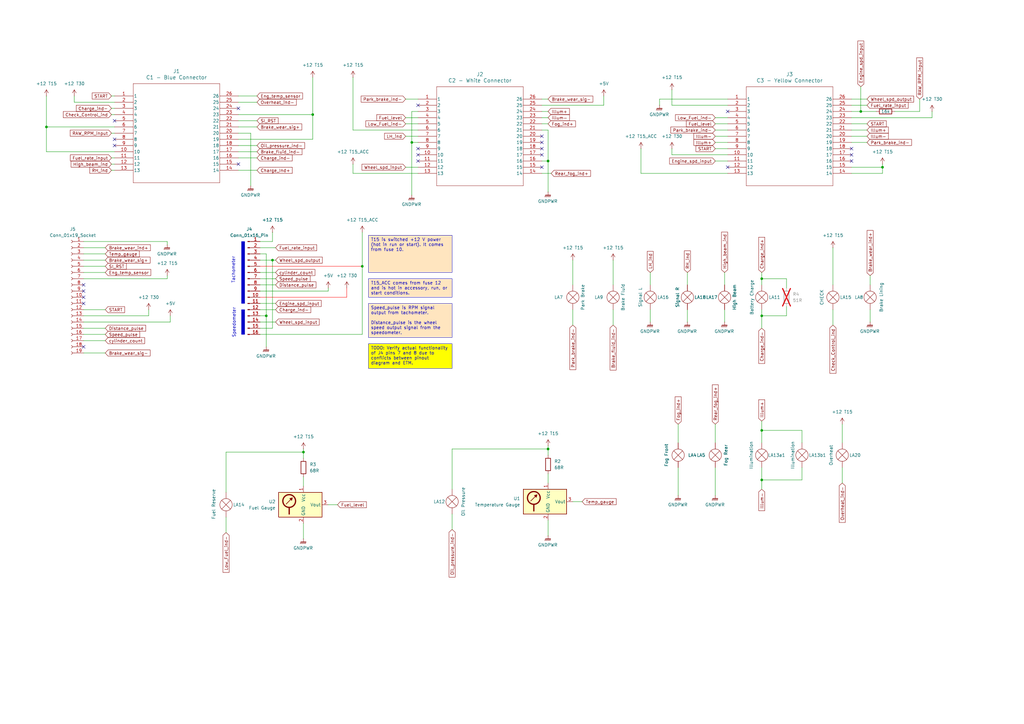
<source format=kicad_sch>
(kicad_sch (version 20250114) (generator "eeschema") (generator_version "9.0")
  (paper "A3")
  (title_block (title "BMW E30 Instrument Cluster Nexus") (rev "0") (company "EGR: Reagan Ansel") (comment 1 "Replacement part for BMW part number: 62111372255"))
  (lib_symbols
    (symbol "BMW_Connectors:827881-1" (pin_names (offset 0.254))
      (property "Reference" "U" (at 25.4 10.16 0))
      (property "Value" "827881-1" (at 25.4 7.62 0))
      (symbol "827881-1_0_1"
        (pin unspecified line (at 0 0 0) (length 7.62) (name "1") (number "1"))
        (pin unspecified line (at 0 -2.54 0) (length 7.62) (name "2") (number "2"))
        (pin unspecified line (at 0 -5.08 0) (length 7.62) (name "3") (number "3"))
        (pin unspecified line (at 0 -7.62 0) (length 7.62) (name "4") (number "4"))
        (pin unspecified line (at 0 -10.16 0) (length 7.62) (name "5") (number "5"))
        (pin unspecified line (at 0 -12.7 0) (length 7.62) (name "6") (number "6"))
        (pin unspecified line (at 0 -15.24 0) (length 7.62) (name "7") (number "7"))
        (pin unspecified line (at 0 -17.78 0) (length 7.62) (name "8") (number "8"))
        (pin unspecified line (at 0 -20.32 0) (length 7.62) (name "9") (number "9"))
        (pin unspecified line (at 0 -22.86 0) (length 7.62) (name "10") (number "10"))
        (pin unspecified line (at 0 -25.4 0) (length 7.62) (name "11") (number "11"))
        (pin unspecified line (at 0 -27.94 0) (length 7.62) (name "12") (number "12"))
        (pin unspecified line (at 0 -30.48 0) (length 7.62) (name "13") (number "13"))
        (pin unspecified line (at 50.8 0 180) (length 7.62) (name "26") (number "26"))
        (pin unspecified line (at 50.8 -2.54 180) (length 7.62) (name "25") (number "25"))
        (pin unspecified line (at 50.8 -5.08 180) (length 7.62) (name "24") (number "24"))
        (pin unspecified line (at 50.8 -7.62 180) (length 7.62) (name "23") (number "23"))
        (pin unspecified line (at 50.8 -10.16 180) (length 7.62) (name "22") (number "22"))
        (pin unspecified line (at 50.8 -12.7 180) (length 7.62) (name "21") (number "21"))
        (pin unspecified line (at 50.8 -15.24 180) (length 7.62) (name "20") (number "20"))
        (pin unspecified line (at 50.8 -17.78 180) (length 7.62) (name "19") (number "19"))
        (pin unspecified line (at 50.8 -20.32 180) (length 7.62) (name "18") (number "18"))
        (pin unspecified line (at 50.8 -22.86 180) (length 7.62) (name "17") (number "17"))
        (pin unspecified line (at 50.8 -25.4 180) (length 7.62) (name "16") (number "16"))
        (pin unspecified line (at 50.8 -27.94 180) (length 7.62) (name "15") (number "15"))
        (pin unspecified line (at 50.8 -30.48 180) (length 7.62) (name "14") (number "14"))
      )
    )
    (symbol "BMW_Connectors:827881-2" (pin_names (offset 0.254))
      (property "Reference" "U" (at 25.4 10.16 0))
      (property "Value" "827881-2" (at 25.4 7.62 0))
      (symbol "827881-2_0_1"
        (pin unspecified line (at 0 0 0) (length 7.62) (name "1") (number "1"))
        (pin unspecified line (at 0 -2.54 0) (length 7.62) (name "2") (number "2"))
        (pin unspecified line (at 0 -5.08 0) (length 7.62) (name "3") (number "3"))
        (pin unspecified line (at 0 -7.62 0) (length 7.62) (name "4") (number "4"))
        (pin unspecified line (at 0 -10.16 0) (length 7.62) (name "5") (number "5"))
        (pin unspecified line (at 0 -12.7 0) (length 7.62) (name "6") (number "6"))
        (pin unspecified line (at 0 -15.24 0) (length 7.62) (name "7") (number "7"))
        (pin unspecified line (at 0 -17.78 0) (length 7.62) (name "8") (number "8"))
        (pin unspecified line (at 0 -20.32 0) (length 7.62) (name "9") (number "9"))
        (pin unspecified line (at 0 -22.86 0) (length 7.62) (name "10") (number "10"))
        (pin unspecified line (at 0 -25.4 0) (length 7.62) (name "11") (number "11"))
        (pin unspecified line (at 0 -27.94 0) (length 7.62) (name "12") (number "12"))
        (pin unspecified line (at 0 -30.48 0) (length 7.62) (name "13") (number "13"))
        (pin unspecified line (at 50.8 0 180) (length 7.62) (name "26") (number "26"))
        (pin unspecified line (at 50.8 -2.54 180) (length 7.62) (name "25") (number "25"))
        (pin unspecified line (at 50.8 -5.08 180) (length 7.62) (name "24") (number "24"))
        (pin unspecified line (at 50.8 -7.62 180) (length 7.62) (name "23") (number "23"))
        (pin unspecified line (at 50.8 -10.16 180) (length 7.62) (name "22") (number "22"))
        (pin unspecified line (at 50.8 -12.7 180) (length 7.62) (name "21") (number "21"))
        (pin unspecified line (at 50.8 -15.24 180) (length 7.62) (name "20") (number "20"))
        (pin unspecified line (at 50.8 -17.78 180) (length 7.62) (name "19") (number "19"))
        (pin unspecified line (at 50.8 -20.32 180) (length 7.62) (name "18") (number "18"))
        (pin unspecified line (at 50.8 -22.86 180) (length 7.62) (name "17") (number "17"))
        (pin unspecified line (at 50.8 -25.4 180) (length 7.62) (name "16") (number "16"))
        (pin unspecified line (at 50.8 -27.94 180) (length 7.62) (name "15") (number "15"))
        (pin unspecified line (at 50.8 -30.48 180) (length 7.62) (name "14") (number "14"))
      )
    )
    (symbol "BMW_Connectors:827881-3" (pin_names (offset 0.254))
      (property "Reference" "U" (at 25.4 10.16 0))
      (property "Value" "827881-3" (at 25.4 7.62 0))
      (symbol "827881-3_0_1"
        (pin unspecified line (at 0 0 0) (length 7.62) (name "1") (number "1"))
        (pin unspecified line (at 0 -2.54 0) (length 7.62) (name "2") (number "2"))
        (pin unspecified line (at 0 -5.08 0) (length 7.62) (name "3") (number "3"))
        (pin unspecified line (at 0 -7.62 0) (length 7.62) (name "4") (number "4"))
        (pin unspecified line (at 0 -10.16 0) (length 7.62) (name "5") (number "5"))
        (pin unspecified line (at 0 -12.7 0) (length 7.62) (name "6") (number "6"))
        (pin unspecified line (at 0 -15.24 0) (length 7.62) (name "7") (number "7"))
        (pin unspecified line (at 0 -17.78 0) (length 7.62) (name "8") (number "8"))
        (pin unspecified line (at 0 -20.32 0) (length 7.62) (name "9") (number "9"))
        (pin unspecified line (at 0 -22.86 0) (length 7.62) (name "10") (number "10"))
        (pin unspecified line (at 0 -25.4 0) (length 7.62) (name "11") (number "11"))
        (pin unspecified line (at 0 -27.94 0) (length 7.62) (name "12") (number "12"))
        (pin unspecified line (at 0 -30.48 0) (length 7.62) (name "13") (number "13"))
        (pin unspecified line (at 50.8 0 180) (length 7.62) (name "26") (number "26"))
        (pin unspecified line (at 50.8 -2.54 180) (length 7.62) (name "25") (number "25"))
        (pin unspecified line (at 50.8 -5.08 180) (length 7.62) (name "24") (number "24"))
        (pin unspecified line (at 50.8 -7.62 180) (length 7.62) (name "23") (number "23"))
        (pin unspecified line (at 50.8 -10.16 180) (length 7.62) (name "22") (number "22"))
        (pin unspecified line (at 50.8 -12.7 180) (length 7.62) (name "21") (number "21"))
        (pin unspecified line (at 50.8 -15.24 180) (length 7.62) (name "20") (number "20"))
        (pin unspecified line (at 50.8 -17.78 180) (length 7.62) (name "19") (number "19"))
        (pin unspecified line (at 50.8 -20.32 180) (length 7.62) (name "18") (number "18"))
        (pin unspecified line (at 50.8 -22.86 180) (length 7.62) (name "17") (number "17"))
        (pin unspecified line (at 50.8 -25.4 180) (length 7.62) (name "16") (number "16"))
        (pin unspecified line (at 50.8 -27.94 180) (length 7.62) (name "15") (number "15"))
        (pin unspecified line (at 50.8 -30.48 180) (length 7.62) (name "14") (number "14"))
      )
    )
    (symbol "BMW_Custom:Moving_Coil_Gauge"
      (property "Reference" "U" (at -10.16 6.35 0))
      (property "Value" "Moving_Coil_Gauge" (at 1.27 6.604 0))
      (symbol "Moving_Coil_Gauge_1_1"
        (pin power_in line (at 0 7.62 270) (length 2.54) (name "Vcc") (number "1"))
        (pin power_in line (at 0 -7.62 90) (length 2.54) (name "GND") (number "2"))
        (pin output line (at 10.16 0 180) (length 2.54) (name "Vout") (number "3"))
      )
    )
    (symbol "Connector:Conn_01x16_Pin" (pin_names (offset 1.016) (hide yes))
      (property "Reference" "J" (at 0 20.32 0))
      (property "Value" "Conn_01x16_Pin" (at 0 -22.86 0))
      (symbol "Conn_01x16_Pin_1_1"
        (pin passive line (at 5.08 17.78 180) (length 3.81) (name "Pin_1") (number "1"))
        (pin passive line (at 5.08 15.24 180) (length 3.81) (name "Pin_2") (number "2"))
        (pin passive line (at 5.08 12.7 180) (length 3.81) (name "Pin_3") (number "3"))
        (pin passive line (at 5.08 10.16 180) (length 3.81) (name "Pin_4") (number "4"))
        (pin passive line (at 5.08 7.62 180) (length 3.81) (name "Pin_5") (number "5"))
        (pin passive line (at 5.08 5.08 180) (length 3.81) (name "Pin_6") (number "6"))
        (pin passive line (at 5.08 2.54 180) (length 3.81) (name "Pin_7") (number "7"))
        (pin passive line (at 5.08 0 180) (length 3.81) (name "Pin_8") (number "8"))
        (pin passive line (at 5.08 -2.54 180) (length 3.81) (name "Pin_9") (number "9"))
        (pin passive line (at 5.08 -5.08 180) (length 3.81) (name "Pin_10") (number "10"))
        (pin passive line (at 5.08 -7.62 180) (length 3.81) (name "Pin_11") (number "11"))
        (pin passive line (at 5.08 -10.16 180) (length 3.81) (name "Pin_12") (number "12"))
        (pin passive line (at 5.08 -12.7 180) (length 3.81) (name "Pin_13") (number "13"))
        (pin passive line (at 5.08 -15.24 180) (length 3.81) (name "Pin_14") (number "14"))
        (pin passive line (at 5.08 -17.78 180) (length 3.81) (name "Pin_15") (number "15"))
        (pin passive line (at 5.08 -20.32 180) (length 3.81) (name "Pin_16") (number "16"))
      )
    )
    (symbol "Connector:Conn_01x19_Socket" (pin_names (offset 1.016) (hide yes))
      (property "Reference" "J" (at 0 25.4 0))
      (property "Value" "Conn_01x19_Socket" (at 0 -25.4 0))
      (symbol "Conn_01x19_Socket_1_1"
        (pin passive line (at -5.08 22.86 0) (length 3.81) (name "Pin_1") (number "1"))
        (pin passive line (at -5.08 20.32 0) (length 3.81) (name "Pin_2") (number "2"))
        (pin passive line (at -5.08 17.78 0) (length 3.81) (name "Pin_3") (number "3"))
        (pin passive line (at -5.08 15.24 0) (length 3.81) (name "Pin_4") (number "4"))
        (pin passive line (at -5.08 12.7 0) (length 3.81) (name "Pin_5") (number "5"))
        (pin passive line (at -5.08 10.16 0) (length 3.81) (name "Pin_6") (number "6"))
        (pin passive line (at -5.08 7.62 0) (length 3.81) (name "Pin_7") (number "7"))
        (pin passive line (at -5.08 5.08 0) (length 3.81) (name "Pin_8") (number "8"))
        (pin passive line (at -5.08 2.54 0) (length 3.81) (name "Pin_9") (number "9"))
        (pin passive line (at -5.08 0 0) (length 3.81) (name "Pin_10") (number "10"))
        (pin passive line (at -5.08 -2.54 0) (length 3.81) (name "Pin_11") (number "11"))
        (pin passive line (at -5.08 -5.08 0) (length 3.81) (name "Pin_12") (number "12"))
        (pin passive line (at -5.08 -7.62 0) (length 3.81) (name "Pin_13") (number "13"))
        (pin passive line (at -5.08 -10.16 0) (length 3.81) (name "Pin_14") (number "14"))
        (pin passive line (at -5.08 -12.7 0) (length 3.81) (name "Pin_15") (number "15"))
        (pin passive line (at -5.08 -15.24 0) (length 3.81) (name "Pin_16") (number "16"))
        (pin passive line (at -5.08 -17.78 0) (length 3.81) (name "Pin_17") (number "17"))
        (pin passive line (at -5.08 -20.32 0) (length 3.81) (name "Pin_18") (number "18"))
        (pin passive line (at -5.08 -22.86 0) (length 3.81) (name "Pin_19") (number "19"))
      )
    )
    (symbol "Device:Lamp" (pin_numbers (hide yes)) (pin_names (offset 0.0254) (hide yes))
      (property "Reference" "LA" (at 0.635 3.81 0))
      (property "Value" "Lamp" (at 0.635 -3.81 0))
      (symbol "Lamp_1_1"
        (pin passive line (at 0 5.08 270) (length 2.54) (name "+") (number "2"))
        (pin passive line (at 0 -5.08 90) (length 2.54) (name "-") (number "1"))
      )
    )
    (symbol "Device:R" (pin_numbers (hide yes)) (pin_names (offset 0))
      (property "Reference" "R" (at 2.032 0 90))
      (property "Value" "R" (at 0 0 90))
      (symbol "R_1_1"
        (pin passive line (at 0 3.81 270) (length 1.27) (name "~") (number "1"))
        (pin passive line (at 0 -3.81 90) (length 1.27) (name "~") (number "2"))
      )
    )
    (symbol "power:+5V" (power) (pin_numbers (hide yes)) (pin_names (offset 0) (hide yes))
      (property "Value" "+5V" (at 0 3.556 0))
      (symbol "+5V_1_1"
        (pin power_in line (at 0 0 90) (length 0) (name "~") (number "1"))
      )
    )
    (symbol "power:+BATT" (power) (pin_numbers (hide yes)) (pin_names (offset 0) (hide yes))
      (property "Value" "+BATT" (at 0 3.556 0))
      (symbol "+BATT_1_1"
        (pin power_in line (at 0 0 90) (length 0) (name "~") (number "1"))
      )
    )
    (symbol "power:+VSW" (power) (pin_numbers (hide yes)) (pin_names (offset 0) (hide yes))
      (property "Value" "+VSW" (at 0 3.556 0))
      (symbol "+VSW_1_1"
        (pin power_in line (at 0 0 90) (length 0) (name "~") (number "1"))
      )
    )
    (symbol "power:GNDPWR" (power) (pin_numbers (hide yes)) (pin_names (offset 0) (hide yes))
      (property "Value" "GNDPWR" (at 0 -3.302 0))
      (symbol "GNDPWR_1_1"
        (pin power_in line (at 0 0 270) (length 0) (name "~") (number "1"))
      )
    )
  )
  (text "Speedometer" (at 96.012 132.334 90) (effects (font (size 1.27 1.27))))
  (text "Tachometer" (at 95.758 110.744 90) (effects (font (size 1.27 1.27))))
  (text_box "TODO: Verify actual functionality of J4 pins 7 and 8 due to conflicts between pinout diagram and ETM. " (at 151.13 140.97 0) (size 34.29 10.16) (margins 0.9525 0.9525 0.9525 0.9525) (fill (type color) (color 255 255 0 1)) (effects (font (size 1.27 1.27)) (justify left top)))
  (text_box "T15_ACC comes from fuse 12 and is hot in accessory, run, or start conditions. " (at 151.13 114.3 0) (size 34.29 7.62) (margins 0.9525 0.9525 0.9525 0.9525) (fill (type color) (color 255 229 191 1)) (effects (font (size 1.27 1.27)) (justify left top)))
  (text_box "T15 is switched +12 V power (hot in run or start). It comes from fuse 10. " (at 151.13 96.52 0) (size 34.29 15.24) (margins 0.9525 0.9525 0.9525 0.9525) (fill (type color) (color 255 229 191 1)) (effects (font (size 1.27 1.27)) (justify left top)))
  (text_box "Speed_pulse is RPM signal output from tachometer. \n\nDistance_pulse is the wheel speed output signal from the speedometer. " (at 151.13 124.46 0) (size 34.29 13.97) (margins 0.9525 0.9525 0.9525 0.9525) (fill (type color) (color 255 229 191 1)) (effects (font (size 1.27 1.27)) (justify left top)))
  (junction (at 353.06 45.72))
  (junction (at 19.05 52.07))
  (junction (at 312.42 196.85))
  (junction (at 111.76 106.68))
  (junction (at 224.79 184.15))
  (junction (at 312.42 129.54))
  (junction (at 168.91 58.42))
  (junction (at 128.27 46.99))
  (junction (at 224.79 66.04))
  (junction (at 312.42 176.53))
  (junction (at 148.59 109.22))
  (junction (at 124.46 185.42))
  (junction (at 361.95 68.58))
  (junction (at 109.22 129.54))
  (junction (at 312.42 114.3))
  (no_connect (at 222.25 55.88))
  (no_connect (at 222.25 58.42))
  (no_connect (at 97.79 67.31))
  (no_connect (at 171.45 63.5))
  (no_connect (at 222.25 68.58))
  (no_connect (at 171.45 66.04))
  (no_connect (at 298.45 45.72))
  (no_connect (at 34.29 119.38))
  (no_connect (at 171.45 43.18))
  (no_connect (at 46.99 59.69))
  (no_connect (at 349.25 60.96))
  (no_connect (at 222.25 63.5))
  (no_connect (at 34.29 121.92))
  (no_connect (at 34.29 142.24))
  (no_connect (at 34.29 116.84))
  (no_connect (at 46.99 49.53))
  (no_connect (at 46.99 57.15))
  (no_connect (at 349.25 66.04))
  (no_connect (at 298.45 68.58))
  (no_connect (at 222.25 60.96))
  (no_connect (at 349.25 63.5))
  (no_connect (at 34.29 124.46))
  (no_connect (at 171.45 60.96))
  (no_connect (at 97.79 44.45))
  (wire (pts (xy 353.06 45.72) (xy 349.25 45.72)))
  (wire (pts (xy 97.79 57.15) (xy 128.27 57.15)))
  (wire (pts (xy 322.58 125.73) (xy 322.58 129.54)))
  (wire (pts (xy 106.68 111.76) (xy 113.03 111.76)))
  (wire (pts (xy 19.05 62.23) (xy 46.99 62.23)))
  (wire (pts (xy 349.25 71.12) (xy 361.95 71.12)))
  (wire (pts (xy 312.42 111.76) (xy 312.42 114.3)))
  (wire (pts (xy 45.72 54.61) (xy 46.99 54.61)))
  (wire (pts (xy 60.96 129.54) (xy 34.29 129.54)))
  (wire (pts (xy 293.37 191.77) (xy 293.37 203.2)))
  (wire (pts (xy 293.37 60.96) (xy 298.45 60.96)))
  (wire (pts (xy 19.05 52.07) (xy 46.99 52.07)))
  (wire (pts (xy 45.72 64.77) (xy 46.99 64.77)))
  (wire (pts (xy 353.06 45.72) (xy 359.41 45.72)))
  (wire (pts (xy 266.7 111.76) (xy 266.7 116.84)))
  (wire (pts (xy 168.91 58.42) (xy 171.45 58.42)))
  (wire (pts (xy 166.37 68.58) (xy 171.45 68.58)))
  (wire (pts (xy 97.79 46.99) (xy 128.27 46.99)))
  (wire (pts (xy 111.76 106.68) (xy 106.68 106.68)))
  (wire (pts (xy 185.42 210.82) (xy 185.42 217.17)))
  (wire (pts (xy 134.62 118.11) (xy 134.62 119.38)))
  (wire (pts (xy 224.79 53.34) (xy 224.79 66.04)))
  (wire (pts (xy 111.76 134.62) (xy 106.68 134.62)))
  (wire (pts (xy 356.87 116.84) (xy 356.87 113.03)))
  (wire (pts (xy 34.29 139.7) (xy 43.18 139.7)))
  (wire (pts (xy 382.27 48.26) (xy 382.27 45.72)))
  (wire (pts (xy 222.25 53.34) (xy 224.79 53.34)))
  (wire (pts (xy 224.79 182.88) (xy 224.79 184.15)))
  (wire (pts (xy 111.76 106.68) (xy 111.76 134.62)))
  (wire (pts (xy 349.25 50.8) (xy 355.6 50.8)))
  (wire (pts (xy 97.79 49.53) (xy 105.41 49.53)))
  (wire (pts (xy 124.46 214.63) (xy 124.46 220.98)))
  (wire (pts (xy 278.13 191.77) (xy 278.13 203.2)))
  (wire (pts (xy 144.78 67.31) (xy 144.78 71.12)))
  (wire (pts (xy 281.94 127) (xy 281.94 132.08)))
  (wire (pts (xy 34.29 104.14) (xy 43.18 104.14)))
  (wire (pts (xy 109.22 129.54) (xy 109.22 142.24)))
  (wire (pts (xy 275.59 63.5) (xy 275.59 60.96)))
  (wire (pts (xy 144.78 71.12) (xy 171.45 71.12)))
  (wire (pts (xy 312.42 114.3) (xy 312.42 116.84)))
  (wire (pts (xy 19.05 62.23) (xy 19.05 52.07)))
  (wire (pts (xy 106.68 99.06) (xy 111.76 99.06)))
  (wire (pts (xy 97.79 41.91) (xy 105.41 41.91)))
  (wire (pts (xy 341.63 101.6) (xy 341.63 116.84)))
  (wire (pts (xy 275.59 43.18) (xy 275.59 36.83)))
  (wire (pts (xy 262.89 71.12) (xy 298.45 71.12)))
  (wire (pts (xy 148.59 137.16) (xy 106.68 137.16)))
  (wire (pts (xy 251.46 127) (xy 251.46 133.35)))
  (wire (pts (xy 377.19 40.64) (xy 377.19 45.72)))
  (wire (pts (xy 124.46 184.15) (xy 124.46 185.42)))
  (wire (pts (xy 106.68 101.6) (xy 113.03 101.6)))
  (wire (pts (xy 34.29 111.76) (xy 43.18 111.76)))
  (wire (pts (xy 222.25 71.12) (xy 226.06 71.12)))
  (wire (pts (xy 293.37 48.26) (xy 298.45 48.26)))
  (wire (pts (xy 34.29 101.6) (xy 43.18 101.6)))
  (wire (pts (xy 148.59 95.25) (xy 148.59 109.22)))
  (wire (pts (xy 144.78 53.34) (xy 171.45 53.34)))
  (wire (pts (xy 312.42 129.54) (xy 312.42 134.62)))
  (wire (pts (xy 222.25 48.26) (xy 224.79 48.26)))
  (wire (pts (xy 106.68 132.08) (xy 113.03 132.08)))
  (wire (pts (xy 185.42 184.15) (xy 185.42 200.66)))
  (wire (pts (xy 92.71 212.09) (xy 92.71 218.44)))
  (wire (pts (xy 92.71 185.42) (xy 92.71 201.93)))
  (wire (pts (xy 34.29 99.06) (xy 68.58 99.06)))
  (wire (pts (xy 111.76 95.25) (xy 111.76 99.06)))
  (wire (pts (xy 102.87 54.61) (xy 97.79 54.61)))
  (wire (pts (xy 34.29 109.22) (xy 43.18 109.22)))
  (wire (pts (xy 185.42 184.15) (xy 224.79 184.15)))
  (wire (pts (xy 312.42 196.85) (xy 312.42 200.66)))
  (wire (pts (xy 142.24 118.11) (xy 142.24 121.92)) (stroke (width 0) (color 255 0 0 1)))
  (wire (pts (xy 251.46 106.68) (xy 251.46 116.84)))
  (wire (pts (xy 349.25 58.42) (xy 355.6 58.42)))
  (wire (pts (xy 224.79 78.74) (xy 224.79 66.04)))
  (wire (pts (xy 328.93 176.53) (xy 328.93 181.61)))
  (wire (pts (xy 349.25 68.58) (xy 361.95 68.58)))
  (wire (pts (xy 341.63 127) (xy 341.63 133.35)))
  (wire (pts (xy 106.68 129.54) (xy 109.22 129.54)))
  (wire (pts (xy 266.7 127) (xy 266.7 132.08)))
  (wire (pts (xy 224.79 213.36) (xy 224.79 219.71)))
  (wire (pts (xy 34.29 134.62) (xy 43.18 134.62)))
  (wire (pts (xy 297.18 111.76) (xy 297.18 116.84)))
  (wire (pts (xy 148.59 109.22) (xy 148.59 137.16)))
  (wire (pts (xy 224.79 194.31) (xy 224.79 198.12)))
  (wire (pts (xy 377.19 45.72) (xy 367.03 45.72)))
  (wire (pts (xy 298.45 40.64) (xy 270.51 40.64)))
  (wire (pts (xy 293.37 173.99) (xy 293.37 181.61)))
  (wire (pts (xy 222.25 66.04) (xy 224.79 66.04)))
  (wire (pts (xy 224.79 184.15) (xy 224.79 186.69)))
  (wire (pts (xy 234.95 205.74) (xy 238.76 205.74)))
  (wire (pts (xy 234.95 127) (xy 234.95 133.35)))
  (wire (pts (xy 349.25 43.18) (xy 355.6 43.18)))
  (wire (pts (xy 30.48 39.37) (xy 30.48 41.91)))
  (wire (pts (xy 45.72 67.31) (xy 46.99 67.31)))
  (wire (pts (xy 293.37 53.34) (xy 298.45 53.34)))
  (wire (pts (xy 34.29 114.3) (xy 68.58 114.3)))
  (wire (pts (xy 275.59 63.5) (xy 298.45 63.5)))
  (wire (pts (xy 97.79 62.23) (xy 105.41 62.23)))
  (wire (pts (xy 293.37 55.88) (xy 298.45 55.88)))
  (wire (pts (xy 312.42 176.53) (xy 312.42 181.61)))
  (wire (pts (xy 128.27 46.99) (xy 128.27 57.15)))
  (wire (pts (xy 92.71 185.42) (xy 124.46 185.42)))
  (wire (pts (xy 278.13 173.99) (xy 278.13 181.61)))
  (wire (pts (xy 109.22 104.14) (xy 109.22 129.54)))
  (wire (pts (xy 45.72 44.45) (xy 46.99 44.45)))
  (wire (pts (xy 60.96 127) (xy 60.96 129.54)))
  (wire (pts (xy 34.29 144.78) (xy 43.18 144.78)))
  (wire (pts (xy 168.91 45.72) (xy 171.45 45.72)))
  (wire (pts (xy 262.89 60.96) (xy 262.89 71.12)))
  (wire (pts (xy 297.18 127) (xy 297.18 132.08)))
  (wire (pts (xy 312.42 176.53) (xy 328.93 176.53)))
  (wire (pts (xy 312.42 127) (xy 312.42 129.54)))
  (wire (pts (xy 124.46 185.42) (xy 124.46 187.96)))
  (wire (pts (xy 106.68 124.46) (xy 113.03 124.46)))
  (wire (pts (xy 30.48 41.91) (xy 46.99 41.91)))
  (wire (pts (xy 349.25 55.88) (xy 355.6 55.88)))
  (wire (pts (xy 222.25 43.18) (xy 247.65 43.18)))
  (wire (pts (xy 222.25 40.64) (xy 224.79 40.64)))
  (wire (pts (xy 69.85 132.08) (xy 69.85 129.54)))
  (wire (pts (xy 234.95 106.68) (xy 234.95 116.84)))
  (wire (pts (xy 322.58 114.3) (xy 312.42 114.3)))
  (wire (pts (xy 322.58 118.11) (xy 322.58 114.3)))
  (wire (pts (xy 106.68 116.84) (xy 113.03 116.84)))
  (wire (pts (xy 134.62 207.01) (xy 138.43 207.01)))
  (wire (pts (xy 106.68 104.14) (xy 109.22 104.14)))
  (wire (pts (xy 349.25 53.34) (xy 355.6 53.34)))
  (wire (pts (xy 222.25 45.72) (xy 224.79 45.72)))
  (wire (pts (xy 34.29 132.08) (xy 69.85 132.08)))
  (wire (pts (xy 68.58 99.06) (xy 68.58 100.33)))
  (wire (pts (xy 144.78 53.34) (xy 144.78 31.75)))
  (wire (pts (xy 270.51 40.64) (xy 270.51 43.18)))
  (wire (pts (xy 168.91 45.72) (xy 168.91 58.42)))
  (wire (pts (xy 222.25 50.8) (xy 224.79 50.8)))
  (wire (pts (xy 293.37 50.8) (xy 298.45 50.8)))
  (wire (pts (xy 102.87 76.2) (xy 102.87 54.61)))
  (wire (pts (xy 134.62 119.38) (xy 106.68 119.38)))
  (wire (pts (xy 345.44 191.77) (xy 345.44 198.12)))
  (wire (pts (xy 128.27 31.75) (xy 128.27 46.99)))
  (wire (pts (xy 168.91 58.42) (xy 168.91 80.01)))
  (wire (pts (xy 19.05 39.37) (xy 19.05 52.07)))
  (wire (pts (xy 328.93 196.85) (xy 312.42 196.85)))
  (wire (pts (xy 247.65 43.18) (xy 247.65 39.37)))
  (wire (pts (xy 106.68 127) (xy 113.03 127)))
  (wire (pts (xy 45.72 46.99) (xy 46.99 46.99)))
  (wire (pts (xy 166.37 50.8) (xy 171.45 50.8)))
  (wire (pts (xy 45.72 39.37) (xy 46.99 39.37)))
  (wire (pts (xy 166.37 48.26) (xy 171.45 48.26)))
  (wire (pts (xy 356.87 127) (xy 356.87 132.08)))
  (wire (pts (xy 275.59 43.18) (xy 298.45 43.18)))
  (wire (pts (xy 34.29 106.68) (xy 43.18 106.68)))
  (wire (pts (xy 312.42 191.77) (xy 312.42 196.85)))
  (wire (pts (xy 142.24 121.92) (xy 106.68 121.92)) (stroke (width 0) (color 255 0 0 1)))
  (wire (pts (xy 34.29 127) (xy 43.18 127)))
  (wire (pts (xy 97.79 39.37) (xy 105.41 39.37)))
  (wire (pts (xy 353.06 35.56) (xy 353.06 45.72)))
  (wire (pts (xy 97.79 69.85) (xy 105.41 69.85)))
  (wire (pts (xy 166.37 55.88) (xy 171.45 55.88)))
  (wire (pts (xy 106.68 114.3) (xy 113.03 114.3)))
  (wire (pts (xy 345.44 173.99) (xy 345.44 181.61)))
  (wire (pts (xy 124.46 195.58) (xy 124.46 199.39)))
  (wire (pts (xy 281.94 111.76) (xy 281.94 116.84)))
  (wire (pts (xy 97.79 59.69) (xy 105.41 59.69)))
  (wire (pts (xy 111.76 106.68) (xy 113.03 106.68)))
  (wire (pts (xy 45.72 69.85) (xy 46.99 69.85)))
  (wire (pts (xy 349.25 40.64) (xy 355.6 40.64)))
  (wire (pts (xy 293.37 58.42) (xy 298.45 58.42)))
  (wire (pts (xy 322.58 129.54) (xy 312.42 129.54)))
  (wire (pts (xy 166.37 40.64) (xy 171.45 40.64)))
  (wire (pts (xy 97.79 64.77) (xy 105.41 64.77)))
  (wire (pts (xy 361.95 71.12) (xy 361.95 68.58)))
  (wire (pts (xy 293.37 66.04) (xy 298.45 66.04)))
  (wire (pts (xy 106.68 109.22) (xy 148.59 109.22)) (stroke (width 0) (color 255 0 0 1)))
  (wire (pts (xy 68.58 114.3) (xy 68.58 113.03)))
  (wire (pts (xy 97.79 52.07) (xy 105.41 52.07)))
  (wire (pts (xy 349.25 48.26) (xy 382.27 48.26)))
  (wire (pts (xy 312.42 172.72) (xy 312.42 176.53)))
  (wire (pts (xy 361.95 68.58) (xy 361.95 67.31)))
  (wire (pts (xy 34.29 137.16) (xy 43.18 137.16)))
  (wire (pts (xy 328.93 191.77) (xy 328.93 196.85)))
  (global_label "Brake_fluid_ind-" (shape input) (at 105.41 62.23 0) (property "Intersheetrefs" "${INTERSHEET_REFS}" (effects (hide yes))))
  (global_label "Illum+" (shape input) (at 293.37 58.42 180) (property "Intersheetrefs" "${INTERSHEET_REFS}" (effects (hide yes))))
  (global_label "Fog_ind+" (shape input) (at 278.13 173.99 90) (property "Intersheetrefs" "${INTERSHEET_REFS}" (effects (hide yes))))
  (global_label "Low_Fuel_ind-" (shape input) (at 92.71 218.44 270) (property "Intersheetrefs" "${INTERSHEET_REFS}" (effects (hide yes))))
  (global_label "Distance_pulse" (shape input) (at 113.03 116.84 0) (property "Intersheetrefs" "${INTERSHEET_REFS}" (effects (hide yes))))
  (global_label "START" (shape input) (at 45.72 39.37 180) (property "Intersheetrefs" "${INTERSHEET_REFS}" (effects (hide yes))))
  (global_label "RH_ind" (shape input) (at 281.94 111.76 90) (property "Intersheetrefs" "${INTERSHEET_REFS}" (effects (hide yes))))
  (global_label "Charge_ind-" (shape input) (at 105.41 64.77 0) (property "Intersheetrefs" "${INTERSHEET_REFS}" (effects (hide yes))))
  (global_label "High_beam_ind" (shape input) (at 297.18 111.76 90) (property "Intersheetrefs" "${INTERSHEET_REFS}" (effects (hide yes))))
  (global_label "High_beam_ind" (shape input) (at 45.72 67.31 180) (property "Intersheetrefs" "${INTERSHEET_REFS}" (effects (hide yes))))
  (global_label "Temp_gauge" (shape input) (at 43.18 104.14 0) (property "Intersheetrefs" "${INTERSHEET_REFS}" (effects (hide yes))))
  (global_label "Illum-" (shape input) (at 355.6 55.88 0) (property "Intersheetrefs" "${INTERSHEET_REFS}" (effects (hide yes))))
  (global_label "Low_Fuel_ind-" (shape input) (at 293.37 48.26 180) (property "Intersheetrefs" "${INTERSHEET_REFS}" (effects (hide yes))))
  (global_label "START" (shape input) (at 293.37 60.96 180) (property "Intersheetrefs" "${INTERSHEET_REFS}" (effects (hide yes))))
  (global_label "Brake_wear_ind+" (shape input) (at 356.87 113.03 90) (property "Intersheetrefs" "${INTERSHEET_REFS}" (effects (hide yes))))
  (global_label "Check_Control_ind" (shape input) (at 45.72 46.99 180) (property "Intersheetrefs" "${INTERSHEET_REFS}" (effects (hide yes))))
  (global_label "Eng_temp_sensor" (shape input) (at 105.41 39.37 0) (property "Intersheetrefs" "${INTERSHEET_REFS}" (effects (hide yes))))
  (global_label "Engine_spd_input" (shape input) (at 293.37 66.04 180) (property "Intersheetrefs" "${INTERSHEET_REFS}" (effects (hide yes))))
  (global_label "START" (shape input) (at 43.18 127 0) (property "Intersheetrefs" "${INTERSHEET_REFS}" (effects (hide yes))))
  (global_label "Illum+" (shape input) (at 224.79 45.72 0) (property "Intersheetrefs" "${INTERSHEET_REFS}" (effects (hide yes))))
  (global_label "Temp_gauge" (shape input) (at 238.76 205.74 0) (property "Intersheetrefs" "${INTERSHEET_REFS}" (effects (hide yes))))
  (global_label "SI_RST" (shape input) (at 43.18 109.22 0) (property "Intersheetrefs" "${INTERSHEET_REFS}" (effects (hide yes))))
  (global_label "Rear_fog_ind+" (shape input) (at 226.06 71.12 0) (property "Intersheetrefs" "${INTERSHEET_REFS}" (effects (hide yes))))
  (global_label "Overheat_ind-" (shape input) (at 105.41 41.91 0) (property "Intersheetrefs" "${INTERSHEET_REFS}" (effects (hide yes))))
  (global_label "Eng_temp_sensor" (shape input) (at 43.18 111.76 0) (property "Intersheetrefs" "${INTERSHEET_REFS}" (effects (hide yes))))
  (global_label "LH_ind" (shape input) (at 166.37 55.88 180) (property "Intersheetrefs" "${INTERSHEET_REFS}" (effects (hide yes))))
  (global_label "Brake_wear_sig+" (shape input) (at 105.41 52.07 0) (property "Intersheetrefs" "${INTERSHEET_REFS}" (effects (hide yes))))
  (global_label "Charge_ind-" (shape input) (at 113.03 127 0) (property "Intersheetrefs" "${INTERSHEET_REFS}" (effects (hide yes))))
  (global_label "Oil_pressure_ind-" (shape input) (at 185.42 217.17 270) (property "Intersheetrefs" "${INTERSHEET_REFS}" (effects (hide yes))))
  (global_label "Brake_wear_sig+" (shape input) (at 43.18 106.68 0) (property "Intersheetrefs" "${INTERSHEET_REFS}" (effects (hide yes))))
  (global_label "cylinder_count" (shape input) (at 43.18 139.7 0) (property "Intersheetrefs" "${INTERSHEET_REFS}" (effects (hide yes))))
  (global_label "cylinder_count" (shape input) (at 113.03 111.76 0) (property "Intersheetrefs" "${INTERSHEET_REFS}" (effects (hide yes))))
  (global_label "Brake_wear_ind+" (shape input) (at 43.18 101.6 0) (property "Intersheetrefs" "${INTERSHEET_REFS}" (effects (hide yes))))
  (global_label "Wheel_spd_output" (shape input) (at 113.03 106.68 0) (property "Intersheetrefs" "${INTERSHEET_REFS}" (effects (hide yes))))
  (global_label "Brake_wear_sig-" (shape input) (at 224.79 40.64 0) (property "Intersheetrefs" "${INTERSHEET_REFS}" (effects (hide yes))))
  (global_label "Fuel_level" (shape input) (at 138.43 207.01 0) (property "Intersheetrefs" "${INTERSHEET_REFS}" (effects (hide yes))))
  (global_label "LH_ind" (shape input) (at 266.7 111.76 90) (property "Intersheetrefs" "${INTERSHEET_REFS}" (effects (hide yes))))
  (global_label "Illum-" (shape input) (at 224.79 48.26 0) (property "Intersheetrefs" "${INTERSHEET_REFS}" (effects (hide yes))))
  (global_label "Fuel_rate_input" (shape input) (at 355.6 43.18 0) (property "Intersheetrefs" "${INTERSHEET_REFS}" (effects (hide yes))))
  (global_label "SI_RST" (shape input) (at 105.41 49.53 0) (property "Intersheetrefs" "${INTERSHEET_REFS}" (effects (hide yes))))
  (global_label "Park_brake_ind-" (shape input) (at 166.37 40.64 180) (property "Intersheetrefs" "${INTERSHEET_REFS}" (effects (hide yes))))
  (global_label "Engine_spd_input" (shape input) (at 353.06 35.56 90) (property "Intersheetrefs" "${INTERSHEET_REFS}" (effects (hide yes))))
  (global_label "Wheel_spd_input" (shape input) (at 166.37 68.58 180) (property "Intersheetrefs" "${INTERSHEET_REFS}" (effects (hide yes))))
  (global_label "Fuel_rate_input" (shape input) (at 113.03 101.6 0) (property "Intersheetrefs" "${INTERSHEET_REFS}" (effects (hide yes))))
  (global_label "Overheat_ind-" (shape input) (at 345.44 198.12 270) (property "Intersheetrefs" "${INTERSHEET_REFS}" (effects (hide yes))))
  (global_label "RAW_RPM_input" (shape input) (at 377.19 40.64 90) (property "Intersheetrefs" "${INTERSHEET_REFS}" (effects (hide yes))))
  (global_label "Fuel_level" (shape input) (at 293.37 50.8 180) (property "Intersheetrefs" "${INTERSHEET_REFS}" (effects (hide yes))))
  (global_label "Illum+" (shape input) (at 355.6 53.34 0) (property "Intersheetrefs" "${INTERSHEET_REFS}" (effects (hide yes))))
  (global_label "Oil_pressure_ind-" (shape input) (at 105.41 59.69 0) (property "Intersheetrefs" "${INTERSHEET_REFS}" (effects (hide yes))))
  (global_label "Park_brake_ind-" (shape input) (at 293.37 53.34 180) (property "Intersheetrefs" "${INTERSHEET_REFS}" (effects (hide yes))))
  (global_label "START" (shape input) (at 355.6 50.8 0) (property "Intersheetrefs" "${INTERSHEET_REFS}" (effects (hide yes))))
  (global_label "Distance_pulse" (shape input) (at 43.18 134.62 0) (property "Intersheetrefs" "${INTERSHEET_REFS}" (effects (hide yes))))
  (global_label "Park_brake_ind-" (shape input) (at 355.6 58.42 0) (property "Intersheetrefs" "${INTERSHEET_REFS}" (effects (hide yes))))
  (global_label "RAW_RPM_input" (shape input) (at 45.72 54.61 180) (property "Intersheetrefs" "${INTERSHEET_REFS}" (effects (hide yes))))
  (global_label "Charge_ind-" (shape input) (at 45.72 44.45 180) (property "Intersheetrefs" "${INTERSHEET_REFS}" (effects (hide yes))))
  (global_label "Illum-" (shape input) (at 293.37 55.88 180) (property "Intersheetrefs" "${INTERSHEET_REFS}" (effects (hide yes))))
  (global_label "Park_brake_ind-" (shape input) (at 234.95 133.35 270) (property "Intersheetrefs" "${INTERSHEET_REFS}" (effects (hide yes))))
  (global_label "Brake_wear_sig-" (shape input) (at 43.18 144.78 0) (property "Intersheetrefs" "${INTERSHEET_REFS}" (effects (hide yes))))
  (global_label "Low_Fuel_ind-" (shape input) (at 166.37 50.8 180) (property "Intersheetrefs" "${INTERSHEET_REFS}" (effects (hide yes))))
  (global_label "Charge_Ind+" (shape input) (at 105.41 69.85 0) (property "Intersheetrefs" "${INTERSHEET_REFS}" (effects (hide yes))))
  (global_label "Wheel_spd_output" (shape input) (at 355.6 40.64 0) (property "Intersheetrefs" "${INTERSHEET_REFS}" (effects (hide yes))))
  (global_label "Fuel_rate_input" (shape input) (at 45.72 64.77 180) (property "Intersheetrefs" "${INTERSHEET_REFS}" (effects (hide yes))))
  (global_label "Charge_Ind+" (shape input) (at 312.42 111.76 90) (property "Intersheetrefs" "${INTERSHEET_REFS}" (effects (hide yes))))
  (global_label "Speed_pulse" (shape input) (at 113.03 114.3 0) (property "Intersheetrefs" "${INTERSHEET_REFS}" (effects (hide yes))))
  (global_label "Fuel_level" (shape input) (at 166.37 48.26 180) (property "Intersheetrefs" "${INTERSHEET_REFS}" (effects (hide yes))))
  (global_label "Check_Control_ind" (shape input) (at 341.63 133.35 270) (property "Intersheetrefs" "${INTERSHEET_REFS}" (effects (hide yes))))
  (global_label "Illum+" (shape input) (at 312.42 172.72 90) (property "Intersheetrefs" "${INTERSHEET_REFS}" (effects (hide yes))))
  (global_label "Engine_spd_input" (shape input) (at 113.03 124.46 0) (property "Intersheetrefs" "${INTERSHEET_REFS}" (effects (hide yes))))
  (global_label "Fog_ind+" (shape input) (at 224.79 50.8 0) (property "Intersheetrefs" "${INTERSHEET_REFS}" (effects (hide yes))))
  (global_label "Speed_pulse" (shape input) (at 43.18 137.16 0) (property "Intersheetrefs" "${INTERSHEET_REFS}" (effects (hide yes))))
  (global_label "Illum-" (shape input) (at 312.42 200.66 270) (property "Intersheetrefs" "${INTERSHEET_REFS}" (effects (hide yes))))
  (global_label "Rear_fog_ind+" (shape input) (at 293.37 173.99 90) (property "Intersheetrefs" "${INTERSHEET_REFS}" (effects (hide yes))))
  (global_label "Charge_ind-" (shape input) (at 312.42 134.62 270) (property "Intersheetrefs" "${INTERSHEET_REFS}" (effects (hide yes))))
  (global_label "Wheel_spd_input" (shape input) (at 113.03 132.08 0) (property "Intersheetrefs" "${INTERSHEET_REFS}" (effects (hide yes))))
  (global_label "Brake_fluid_ind-" (shape input) (at 251.46 133.35 270) (property "Intersheetrefs" "${INTERSHEET_REFS}" (effects (hide yes))))
  (global_label "RH_ind" (shape input) (at 45.72 69.85 180) (property "Intersheetrefs" "${INTERSHEET_REFS}" (effects (hide yes))))
  (rule_area (polyline (pts (xy 99.06 99.06) (xy 100.33 99.06) (xy 100.33 124.46) (xy 99.06 124.46)) (stroke (width 0) (color 0 0 194 1)) (fill (type color) (color 0 0 194 1))))
  (rule_area (polyline (pts (xy 99.06 127) (xy 100.33 127) (xy 100.33 137.16) (xy 99.06 137.16)) (stroke (width 0) (color 0 0 194 1)) (fill (type color) (color 0 0 194 1))))
  (symbol (lib_id "power:+VSW") (at 124.46 184.15 0) (unit 1)
    (property "Reference" "#PWR040" (effects (hide yes)))
    (property "Value" "+12 T15" (at 124.46 179.07 0))
    (property "Description" "Power symbol creates a global label with name \"+VSW\"" (effects (hide yes)))
  )
  (symbol (lib_id "power:+VSW") (at 144.78 31.75 0) (unit 1)
    (property "Reference" "#PWR05" (effects (hide yes)))
    (property "Value" "+12 T15" (at 144.78 26.67 0))
    (property "Description" "Power symbol creates a global label with name \"+VSW\"" (effects (hide yes)))
  )
  (symbol (lib_id "power:+VSW") (at 262.89 60.96 0) (unit 1)
    (property "Reference" "#PWR032" (effects (hide yes)))
    (property "Value" "+12 T15_ACC" (at 262.89 55.88 0))
    (property "Description" "Power symbol creates a global label with name \"+VSW\"" (effects (hide yes)))
  )
  (symbol (lib_id "power:+VSW") (at 345.44 173.99 0) (unit 1)
    (property "Reference" "#PWR024" (effects (hide yes)))
    (property "Value" "+12 T15" (at 345.44 168.91 0))
    (property "Description" "Power symbol creates a global label with name \"+VSW\"" (effects (hide yes)))
  )
  (symbol (lib_id "power:GNDPWR") (at 278.13 203.2 0) (unit 1)
    (property "Reference" "#PWR034" (effects (hide yes)))
    (property "Value" "GNDPWR" (at 278.003 207.01 0))
    (property "Description" "Power symbol creates a global label with name \"GNDPWR\" , global ground" (effects (hide yes)))
  )
  (symbol (lib_id "power:GNDPWR") (at 297.18 132.08 0) (unit 1)
    (property "Reference" "#PWR015" (effects (hide yes)))
    (property "Value" "GNDPWR" (at 297.053 135.89 0))
    (property "Description" "Power symbol creates a global label with name \"GNDPWR\" , global ground" (effects (hide yes)))
  )
  (symbol (lib_id "Device:Lamp") (at 234.95 121.92 0) (unit 1)
    (property "Reference" "LA7" (at 227.33 121.92 0) (effects (justify left)))
    (property "Value" "Park Brake" (at 239.014 121.92 90))
    (property "Footprint" "BMW_Connectors:2721MF" (effects (hide yes)))
    (property "Description" "Lamp" (effects (hide yes)))
  )
  (symbol (lib_id "Device:Lamp") (at 328.93 186.69 180) (unit 1)
    (property "Reference" "LA13b1" (at 338.836 186.69 0) (effects (justify left)))
    (property "Value" "Illumination" (at 325.12 186.69 90))
    (property "Footprint" "BMW_Connectors:2821MF" (effects (hide yes)))
    (property "Description" "Lamp" (effects (hide yes)))
  )
  (symbol (lib_id "Device:Lamp") (at 92.71 207.01 180) (unit 1)
    (property "Reference" "LA14" (at 100.33 207.01 0) (effects (justify left)))
    (property "Value" "Fuel Reserve" (at 87.63 206.756 90))
    (property "Footprint" "BMW_Connectors:2721MF" (effects (hide yes)))
    (property "Description" "Lamp" (effects (hide yes)))
  )
  (symbol (lib_id "power:+VSW") (at 341.63 101.6 0) (unit 1)
    (property "Reference" "#PWR021" (effects (hide yes)))
    (property "Value" "+12 T15" (at 341.63 96.52 0))
    (property "Description" "Power symbol creates a global label with name \"+VSW\"" (effects (hide yes)))
  )
  (symbol (lib_id "Device:Lamp") (at 266.7 121.92 180) (unit 1)
    (property "Reference" "LA16" (at 274.32 121.92 0) (effects (justify left)))
    (property "Value" "Signal L" (at 262.636 121.92 90))
    (property "Footprint" "BMW_Connectors:2721MF" (effects (hide yes)))
    (property "Description" "Lamp" (effects (hide yes)))
  )
  (symbol (lib_id "power:+VSW") (at 251.46 106.68 0) (unit 1)
    (property "Reference" "#PWR022" (effects (hide yes)))
    (property "Value" "+12 T15" (at 251.46 101.6 0))
    (property "Description" "Power symbol creates a global label with name \"+VSW\"" (effects (hide yes)))
  )
  (symbol (lib_id "power:+VSW") (at 111.76 95.25 0) (unit 1)
    (property "Reference" "#PWR018" (effects (hide yes)))
    (property "Value" "+12 T15" (at 111.76 90.17 0))
    (property "Description" "Power symbol creates a global label with name \"+VSW\"" (effects (hide yes)))
  )
  (symbol (lib_id "power:+BATT") (at 275.59 60.96 0) (unit 1)
    (property "Reference" "#PWR08" (effects (hide yes)))
    (property "Value" "+12 T30" (at 275.59 55.88 0))
    (property "Description" "Power symbol creates a global label with name \"+BATT\"" (effects (hide yes)))
  )
  (symbol (lib_id "power:+VSW") (at 144.78 67.31 0) (unit 1)
    (property "Reference" "#PWR030" (effects (hide yes)))
    (property "Value" "+12 T15_ACC" (at 144.78 62.23 0))
    (property "Description" "Power symbol creates a global label with name \"+VSW\"" (effects (hide yes)))
  )
  (symbol (lib_id "power:GNDPWR") (at 224.79 78.74 0) (unit 1)
    (property "Reference" "#PWR028" (effects (hide yes)))
    (property "Value" "GNDPWR" (at 224.663 82.55 0))
    (property "Description" "Power symbol creates a global label with name \"GNDPWR\" , global ground" (effects (hide yes)))
  )
  (symbol (lib_id "power:+5V") (at 247.65 39.37 0) (unit 1)
    (property "Reference" "#PWR013" (effects (hide yes)))
    (property "Value" "+5V" (at 247.65 34.29 0))
    (property "Description" "Power symbol creates a global label with name \"+5V\"" (effects (hide yes)))
  )
  (symbol (lib_id "Device:Lamp") (at 341.63 121.92 180) (unit 1)
    (property "Reference" "LA15" (at 349.25 121.92 0) (effects (justify left)))
    (property "Value" "CHECK" (at 337.058 121.92 90))
    (property "Footprint" "BMW_Connectors:2721MF" (effects (hide yes)))
    (property "Description" "Lamp" (effects (hide yes)))
  )
  (symbol (lib_id "Connector:Conn_01x16_Pin") (at 101.6 116.84 0) (unit 1)
    (property "Reference" "J4" (at 102.235 93.98 0))
    (property "Value" "Conn_01x16_Pin" (at 102.235 96.52 0))
    (property "Footprint" "BMW_Cluster_Connectors:ConnectorIV_Early" (effects (hide yes)))
    (property "Description" "Generic connector, single row, 01x16, script generated" (effects (hide yes)))
  )
  (symbol (lib_id "power:+BATT") (at 142.24 118.11 0) (unit 1)
    (property "Reference" "#PWR036" (effects (hide yes)))
    (property "Value" "+12 T30" (at 142.24 113.03 0))
    (property "Description" "Power symbol creates a global label with name \"+BATT\"" (effects (hide yes)))
  )
  (symbol (lib_id "power:GNDPWR") (at 270.51 43.18 0) (unit 1)
    (property "Reference" "#PWR010" (effects (hide yes)))
    (property "Value" "GNDPWR" (at 270.383 46.99 0))
    (property "Description" "Power symbol creates a global label with name \"GNDPWR\" , global ground" (effects (hide yes)))
  )
  (symbol (lib_id "BMW_Custom:Moving_Coil_Gauge") (at 124.46 207.01 0) (unit 1)
    (property "Reference" "U2" (at 113.03 205.7399 0) (effects (justify right)))
    (property "Value" "Fuel Gauge" (at 113.03 208.2799 0) (effects (justify right)))
    (property "Footprint" "BMW_Cluster_Connectors:Gauge_fuel_temp" (effects (hide yes)))
    (property "Description" "Moving coil voltmeter style gauge" (effects (hide yes)))
  )
  (symbol (lib_id "Device:Lamp") (at 293.37 186.69 0) (unit 1)
    (property "Reference" "LA5" (at 285.75 186.69 0) (effects (justify left)))
    (property "Value" "Fog Rear" (at 297.688 186.69 90))
    (property "Footprint" "BMW_Connectors:2721MF" (effects (hide yes)))
    (property "Description" "Lamp" (effects (hide yes)))
  )
  (symbol (lib_id "Device:R") (at 322.58 121.92 0) (unit 1) (dnp yes)
    (property "Reference" "R4" (at 325.12 120.6499 0) (effects (justify left)))
    (property "Value" "51R" (at 325.12 123.1899 0) (effects (justify left)))
    (property "Footprint" "Resistor_THT:R_Axial_DIN0516_L15.5mm_D5.0mm_P20.32mm_Horizontal" (effects (hide yes)))
    (property "Description" "Resistor" (effects (hide yes)))
  )
  (symbol (lib_id "power:GNDPWR") (at 266.7 132.08 0) (unit 1)
    (property "Reference" "#PWR017" (effects (hide yes)))
    (property "Value" "GNDPWR" (at 266.573 135.89 0))
    (property "Description" "Power symbol creates a global label with name \"GNDPWR\" , global ground" (effects (hide yes)))
  )
  (symbol (lib_id "power:GNDPWR") (at 68.58 100.33 0) (unit 1)
    (property "Reference" "#PWR02" (effects (hide yes)))
    (property "Value" "GNDPWR" (at 68.453 104.14 0))
    (property "Description" "Power symbol creates a global label with name \"GNDPWR\" , global ground" (effects (hide yes)))
  )
  (symbol (lib_id "Device:Lamp") (at 312.42 186.69 180) (unit 1)
    (property "Reference" "LA13a1" (at 322.072 186.69 0) (effects (justify left)))
    (property "Value" "Illumination" (at 308.102 186.69 90))
    (property "Footprint" "BMW_Connectors:2821MF" (effects (hide yes)))
    (property "Description" "Lamp" (effects (hide yes)))
  )
  (symbol (lib_id "Device:Lamp") (at 251.46 121.92 0) (unit 1)
    (property "Reference" "LA9" (at 243.84 121.92 0) (effects (justify left)))
    (property "Value" "Brake Fluid" (at 255.524 121.92 90))
    (property "Footprint" "BMW_Connectors:2721MF" (effects (hide yes)))
    (property "Description" "Lamp" (effects (hide yes)))
  )
  (symbol (lib_id "power:+VSW") (at 224.79 182.88 0) (unit 1)
    (property "Reference" "#PWR039" (effects (hide yes)))
    (property "Value" "+12 T15" (at 224.79 177.8 0))
    (property "Description" "Power symbol creates a global label with name \"+VSW\"" (effects (hide yes)))
  )
  (symbol (lib_id "Device:R") (at 224.79 190.5 0) (unit 1)
    (property "Reference" "R2" (at 227.33 189.2299 0) (effects (justify left)))
    (property "Value" "68R" (at 227.33 191.7699 0) (effects (justify left)))
    (property "Footprint" "Resistor_THT:R_Axial_DIN0516_L15.5mm_D5.0mm_P20.32mm_Horizontal" (effects (hide yes)))
    (property "Description" "Resistor" (effects (hide yes)))
  )
  (symbol (lib_id "power:+BATT") (at 382.27 45.72 0) (unit 1)
    (property "Reference" "#PWR09" (effects (hide yes)))
    (property "Value" "+12 T30" (at 382.27 40.64 0))
    (property "Description" "Power symbol creates a global label with name \"+BATT\"" (effects (hide yes)))
  )
  (symbol (lib_id "power:+VSW") (at 68.58 113.03 0) (unit 1)
    (property "Reference" "#PWR04" (effects (hide yes)))
    (property "Value" "+12 T15" (at 68.58 107.95 0))
    (property "Description" "Power symbol creates a global label with name \"+VSW\"" (effects (hide yes)))
  )
  (symbol (lib_id "Device:Lamp") (at 345.44 186.69 180) (unit 1)
    (property "Reference" "LA20" (at 353.06 186.69 0) (effects (justify left)))
    (property "Value" "Overheat" (at 340.868 186.69 90))
    (property "Footprint" "BMW_Connectors:2721MF" (effects (hide yes)))
    (property "Description" "Lamp" (effects (hide yes)))
  )
  (symbol (lib_id "power:+5V") (at 134.62 118.11 0) (unit 1)
    (property "Reference" "#PWR035" (effects (hide yes)))
    (property "Value" "+5V" (at 134.62 113.03 0))
    (property "Description" "Power symbol creates a global label with name \"+5V\"" (effects (hide yes)))
  )
  (symbol (lib_id "Connector:Conn_01x19_Socket") (at 29.21 121.92 0) (mirror y) (unit 1)
    (property "Reference" "J5" (at 29.845 93.98 0))
    (property "Value" "Conn_01x19_Socket" (at 29.845 96.52 0))
    (property "Footprint" "BMW_Cluster_Connectors:ConnectorV_Early" (effects (hide yes)))
    (property "Description" "Generic connector, single row, 01x19, script generated" (effects (hide yes)))
  )
  (symbol (lib_id "power:GNDPWR") (at 281.94 132.08 0) (unit 1)
    (property "Reference" "#PWR016" (effects (hide yes)))
    (property "Value" "GNDPWR" (at 281.813 135.89 0))
    (property "Description" "Power symbol creates a global label with name \"GNDPWR\" , global ground" (effects (hide yes)))
  )
  (symbol (lib_id "Device:Lamp") (at 312.42 121.92 180) (unit 1)
    (property "Reference" "LA11" (at 320.04 121.92 0) (effects (justify left)))
    (property "Value" "Battery Charge" (at 308.356 121.92 90))
    (property "Footprint" "BMW_Connectors:2821MF" (effects (hide yes)))
    (property "Description" "Lamp" (effects (hide yes)))
  )
  (symbol (lib_id "Device:R") (at 363.22 45.72 90) (unit 1)
    (property "Reference" "R1" (effects (hide yes)))
    (property "Value" "16k" (at 363.22 45.72 90))
    (property "Footprint" "Resistor_THT:R_Axial_DIN0207_L6.3mm_D2.5mm_P10.16mm_Horizontal" (effects (hide yes)))
    (property "Description" "Resistor" (effects (hide yes)))
  )
  (symbol (lib_id "Device:Lamp") (at 297.18 121.92 0) (unit 1)
    (property "Reference" "LA17" (at 289.56 121.92 0) (effects (justify left)))
    (property "Value" "High Beam" (at 301.244 121.92 90))
    (property "Footprint" "BMW_Connectors:2721MF" (effects (hide yes)))
    (property "Description" "Lamp" (effects (hide yes)))
  )
  (symbol (lib_id "power:+VSW") (at 361.95 67.31 0) (unit 1)
    (property "Reference" "#PWR025" (effects (hide yes)))
    (property "Value" "+12 T15" (at 361.95 62.23 0))
    (property "Description" "Power symbol creates a global label with name \"+VSW\"" (effects (hide yes)))
  )
  (symbol (lib_id "power:+BATT") (at 30.48 39.37 0) (unit 1)
    (property "Reference" "#PWR012" (effects (hide yes)))
    (property "Value" "+12 T30" (at 30.48 34.29 0))
    (property "Description" "Power symbol creates a global label with name \"+BATT\"" (effects (hide yes)))
  )
  (symbol (lib_id "Device:Lamp") (at 356.87 121.92 0) (unit 1)
    (property "Reference" "LA8" (at 350.52 121.92 0) (effects (justify left)))
    (property "Value" "Brake Lining" (at 361.442 121.92 90))
    (property "Footprint" "BMW_Connectors:2721MF" (effects (hide yes)))
    (property "Description" "Lamp" (effects (hide yes)))
  )
  (symbol (lib_id "BMW_Connectors:827881-2") (at 171.45 40.64 0) (unit 1)
    (property "Reference" "J2" (at 196.85 30.48 0) (effects (font (size 1.524 1.524))))
    (property "Value" "C2 - White Connector" (at 196.85 33.02 0) (effects (font (size 1.524 1.524))))
    (property "Footprint" "BMW_Connectors:TE_827881-2" (effects (hide yes)))
    (property "Datasheet" "https://www.te.com/commerce/DocumentDelivery/DDEController?Action=srchrtrv&DocNm=1307819_AMPMODU&DocType=Data+Sheet&DocLang=Chinese+%28Simplified%29&PartCntxt=2-1355587-4&DocFormat=pdf" (effects (hide yes)))
    (property "Description" "Part No. 827881-2" (effects (hide yes)))
  )
  (symbol (lib_id "power:GNDPWR") (at 293.37 203.2 0) (unit 1)
    (property "Reference" "#PWR033" (effects (hide yes)))
    (property "Value" "GNDPWR" (at 293.243 207.01 0))
    (property "Description" "Power symbol creates a global label with name \"GNDPWR\" , global ground" (effects (hide yes)))
  )
  (symbol (lib_id "power:+VSW") (at 275.59 36.83 0) (unit 1)
    (property "Reference" "#PWR011" (effects (hide yes)))
    (property "Value" "+12 T15" (at 275.59 31.75 0))
    (property "Description" "Power symbol creates a global label with name \"+VSW\"" (effects (hide yes)))
  )
  (symbol (lib_id "Device:Lamp") (at 281.94 121.92 180) (unit 1)
    (property "Reference" "LA18" (at 289.56 121.92 0) (effects (justify left)))
    (property "Value" "Signal R" (at 277.876 121.92 90))
    (property "Footprint" "BMW_Connectors:2721MF" (effects (hide yes)))
    (property "Description" "Lamp" (effects (hide yes)))
  )
  (symbol (lib_id "power:+VSW") (at 148.59 95.25 0) (unit 1)
    (property "Reference" "#PWR031" (effects (hide yes)))
    (property "Value" "+12 T15_ACC" (at 148.59 90.17 0))
    (property "Description" "Power symbol creates a global label with name \"+VSW\"" (effects (hide yes)))
  )
  (symbol (lib_id "power:+VSW") (at 19.05 39.37 0) (unit 1)
    (property "Reference" "#PWR019" (effects (hide yes)))
    (property "Value" "+12 T15" (at 19.05 34.29 0))
    (property "Description" "Power symbol creates a global label with name \"+VSW\"" (effects (hide yes)))
  )
  (symbol (lib_id "Device:Lamp") (at 278.13 186.69 180) (unit 1)
    (property "Reference" "LA4" (at 285.75 186.69 0) (effects (justify left)))
    (property "Value" "Fog Front" (at 273.304 186.69 90))
    (property "Footprint" "BMW_Connectors:2721MF" (effects (hide yes)))
    (property "Description" "Lamp" (effects (hide yes)))
  )
  (symbol (lib_id "Device:R") (at 124.46 191.77 0) (unit 1)
    (property "Reference" "R3" (at 127 190.4999 0) (effects (justify left)))
    (property "Value" "68R" (at 127 193.0399 0) (effects (justify left)))
    (property "Footprint" "Resistor_THT:R_Axial_DIN0516_L15.5mm_D5.0mm_P20.32mm_Horizontal" (effects (hide yes)))
    (property "Description" "Resistor" (effects (hide yes)))
  )
  (symbol (lib_id "power:+VSW") (at 234.95 106.68 0) (unit 1)
    (property "Reference" "#PWR026" (effects (hide yes)))
    (property "Value" "+12 T15" (at 234.95 101.6 0))
    (property "Description" "Power symbol creates a global label with name \"+VSW\"" (effects (hide yes)))
  )
  (symbol (lib_id "power:GNDPWR") (at 224.79 219.71 0) (unit 1)
    (property "Reference" "#PWR037" (effects (hide yes)))
    (property "Value" "GNDPWR" (at 224.663 223.52 0))
    (property "Description" "Power symbol creates a global label with name \"GNDPWR\" , global ground" (effects (hide yes)))
  )
  (symbol (lib_id "power:GNDPWR") (at 356.87 132.08 0) (unit 1)
    (property "Reference" "#PWR03" (effects (hide yes)))
    (property "Value" "GNDPWR" (at 356.743 135.89 0))
    (property "Description" "Power symbol creates a global label with name \"GNDPWR\" , global ground" (effects (hide yes)))
  )
  (symbol (lib_id "power:GNDPWR") (at 168.91 80.01 0) (unit 1)
    (property "Reference" "#PWR027" (effects (hide yes)))
    (property "Value" "GNDPWR" (at 168.783 83.82 0))
    (property "Description" "Power symbol creates a global label with name \"GNDPWR\" , global ground" (effects (hide yes)))
  )
  (symbol (lib_id "BMW_Custom:Moving_Coil_Gauge") (at 224.79 205.74 0) (unit 1)
    (property "Reference" "U1" (at 213.36 204.4699 0) (effects (justify right)))
    (property "Value" "Temperature Gauge" (at 213.36 207.0099 0) (effects (justify right)))
    (property "Footprint" "BMW_Cluster_Connectors:Gauge_fuel_temp" (effects (hide yes)))
    (property "Description" "Moving coil voltmeter style gauge" (effects (hide yes)))
  )
  (symbol (lib_id "BMW_Connectors:827881-1") (at 46.99 39.37 0) (unit 1)
    (property "Reference" "J1" (at 72.39 29.21 0) (effects (font (size 1.524 1.524))))
    (property "Value" "C1 - Blue Connector" (at 72.39 31.75 0) (effects (font (size 1.524 1.524))))
    (property "Footprint" "BMW_Connectors:TE_827881-3" (effects (hide yes)))
    (property "Datasheet" "https://www.te.com/commerce/DocumentDelivery/DDEController?Action=srchrtrv&DocNm=1307819_AMPMODU&DocType=Data+Sheet&DocLang=Chinese+%28Simplified%29&PartCntxt=2-1355587-4&DocFormat=pdf" (effects (hide yes)))
    (property "Description" "Part No. 827881-1" (effects (hide yes)))
  )
  (symbol (lib_id "BMW_Connectors:827881-3") (at 298.45 40.64 0) (unit 1)
    (property "Reference" "J3" (at 323.85 30.48 0) (effects (font (size 1.524 1.524))))
    (property "Value" "C3 - Yellow Connector" (at 323.85 33.02 0) (effects (font (size 1.524 1.524))))
    (property "Footprint" "BMW_Connectors:TE_827881-1" (effects (hide yes)))
    (property "Datasheet" "https://www.te.com/commerce/DocumentDelivery/DDEController?Action=srchrtrv&DocNm=1307819_AMPMODU&DocType=Data+Sheet&DocLang=Chinese+%28Simplified%29&PartCntxt=2-1355587-4&DocFormat=pdf" (effects (hide yes)))
    (property "Description" "Part No. 827881-3" (effects (hide yes)))
  )
  (symbol (lib_id "Device:Lamp") (at 185.42 205.74 0) (unit 1)
    (property "Reference" "LA12" (at 177.8 205.74 0) (effects (justify left)))
    (property "Value" "Oil Pressure" (at 189.992 205.74 90))
    (property "Footprint" "BMW_Connectors:2721MF" (effects (hide yes)))
    (property "Description" "Lamp" (effects (hide yes)))
  )
  (symbol (lib_id "power:GNDPWR") (at 102.87 76.2 0) (unit 1)
    (property "Reference" "#PWR01" (effects (hide yes)))
    (property "Value" "GNDPWR" (at 102.743 80.01 0))
    (property "Description" "Power symbol creates a global label with name \"GNDPWR\" , global ground" (effects (hide yes)))
  )
  (symbol (lib_id "power:GNDPWR") (at 124.46 220.98 0) (unit 1)
    (property "Reference" "#PWR038" (effects (hide yes)))
    (property "Value" "GNDPWR" (at 124.333 224.79 0))
    (property "Description" "Power symbol creates a global label with name \"GNDPWR\" , global ground" (effects (hide yes)))
  )
  (symbol (lib_id "power:GNDPWR") (at 109.22 142.24 0) (unit 1)
    (property "Reference" "#PWR014" (effects (hide yes)))
    (property "Value" "GNDPWR" (at 109.093 146.05 0))
    (property "Description" "Power symbol creates a global label with name \"GNDPWR\" , global ground" (effects (hide yes)))
  )
  (symbol (lib_id "power:+5V") (at 69.85 129.54 0) (unit 1)
    (property "Reference" "#PWR07" (effects (hide yes)))
    (property "Value" "+5V" (at 69.85 124.46 0))
    (property "Description" "Power symbol creates a global label with name \"+5V\"" (effects (hide yes)))
  )
  (symbol (lib_id "power:+VSW") (at 128.27 31.75 0) (unit 1)
    (property "Reference" "#PWR020" (effects (hide yes)))
    (property "Value" "+12 T15" (at 128.27 26.67 0))
    (property "Description" "Power symbol creates a global label with name \"+VSW\"" (effects (hide yes)))
  )
  (symbol (lib_id "power:+BATT") (at 60.96 127 0) (unit 1)
    (property "Reference" "#PWR06" (effects (hide yes)))
    (property "Value" "+12 T30" (at 60.96 121.92 0))
    (property "Description" "Power symbol creates a global label with name \"+BATT\"" (effects (hide yes)))
  )
)
</source>
